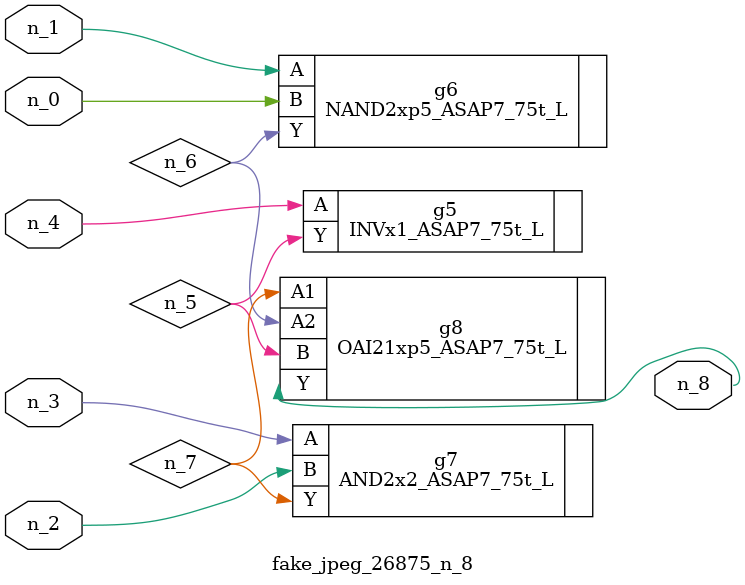
<source format=v>
module fake_jpeg_26875_n_8 (n_3, n_2, n_1, n_0, n_4, n_8);

input n_3;
input n_2;
input n_1;
input n_0;
input n_4;

output n_8;

wire n_6;
wire n_5;
wire n_7;

INVx1_ASAP7_75t_L g5 ( 
.A(n_4),
.Y(n_5)
);

NAND2xp5_ASAP7_75t_L g6 ( 
.A(n_1),
.B(n_0),
.Y(n_6)
);

AND2x2_ASAP7_75t_L g7 ( 
.A(n_3),
.B(n_2),
.Y(n_7)
);

OAI21xp5_ASAP7_75t_L g8 ( 
.A1(n_7),
.A2(n_6),
.B(n_5),
.Y(n_8)
);


endmodule
</source>
